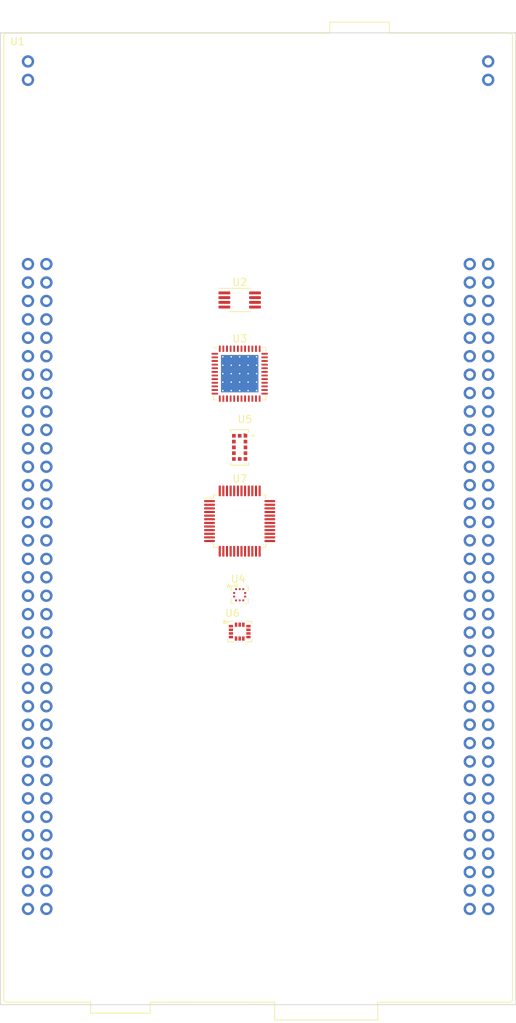
<source format=kicad_pcb>
(kicad_pcb (version 20211014) (generator pcbnew)
  (layers (0 "F.Cu" signal) (31 "B.Cu" signal) (34 "B.Paste" user) (35 "F.Paste" user) (36 "B.SilkS" user "B.Silkscreen") (37 "F.SilkS" user "F.Silkscreen") (38 "B.Mask" user) (39 "F.Mask" user) (44 "Edge.Cuts" user))
  (net 0 "")
  (footprint "KiCad_Cust:XDCR_VL53L1CBV0FY-1" (layer "F.Cu") (at 91.44 81.28)
    (fp_text reference "U5" (at 0.725 -3.875) (layer "F.SilkS"))
    (fp_text value "VL53L1CBV0FY-1")
    (fp_line (start 1.25 -2.45) (end 1.25 -2.04) (layer "F.SilkS") (width 0.127))
    (fp_line (start -1.25 2.45) (end 1.25 2.45) (layer "F.SilkS") (width 0.127))
    (fp_line (start 1.25 2.45) (end 1.25 2.06) (layer "F.SilkS") (width 0.127))
    (fp_line (start -1.25 2.06) (end -1.25 2.45) (layer "F.SilkS") (width 0.127))
    (fp_line (start -1.25 -2.45) (end 1.25 -2.45) (layer "F.SilkS") (width 0.127))
    (fp_line (start -1.25 -2.04) (end -1.25 -2.45) (layer "F.SilkS") (width 0.127))
    (fp_circle (center 1.88 -1.63) (end 1.98 -1.63) (layer "F.SilkS") (width 0.2) (fill none))
    (pad "1" smd custom (at 0.8 -1.6) (size 0.5 0.5) (layers "F.Cu" "F.Paste" "F.Mask") (options (clearance outline) (anchor rect)) (primitives (gr_poly (pts (xy -0.25 -0.25) (xy -0.25 -0.33) (xy 0 -0.33) (xy 0 -0.12) (xy 0.11 -0.12) (xy 0.11 0.1) (xy -0.23 0.1) (xy -0.23 -0.25)) (width 0.01) (fill yes))))
    (pad "2" smd rect (at 0.8 -0.8) (size 0.5 0.5) (layers "F.Cu" "F.Paste" "F.Mask"))
    (pad "3" smd rect (at 0.8 0) (size 0.5 0.5) (layers "F.Cu" "F.Paste" "F.Mask"))
    (pad "4" smd rect (at 0.8 0.8) (size 0.5 0.5) (layers "F.Cu" "F.Paste" "F.Mask"))
    (pad "5" smd rect (at 0.8 1.6) (size 0.5 0.5) (layers "F.Cu" "F.Paste" "F.Mask"))
    (pad "6" smd rect (at 0 1.6) (size 0.5 0.5) (layers "F.Cu" "F.Paste" "F.Mask"))
    (pad "7" smd rect (at -0.8 1.6) (size 0.5 0.5) (layers "F.Cu" "F.Paste" "F.Mask"))
    (pad "8" smd rect (at -0.8 0.8) (size 0.5 0.5) (layers "F.Cu" "F.Paste" "F.Mask"))
    (pad "9" smd rect (at -0.8 0) (size 0.5 0.5) (layers "F.Cu" "F.Paste" "F.Mask"))
    (pad "10" smd rect (at -0.8 -0.8) (size 0.5 0.5) (layers "F.Cu" "F.Paste" "F.Mask"))
    (pad "11" smd rect (at -0.8 -1.6) (size 0.5 0.5) (layers "F.Cu" "F.Paste" "F.Mask"))
    (pad "12" smd rect (at 0 -1.6) (size 0.5 0.5) (layers "F.Cu" "F.Paste" "F.Mask"))
  )
  (footprint "Package_DFN_QFN:VQFN-48-1EP_7x7mm_P0.5mm_EP5.15x5.15mm_ThermalVias" (layer "F.Cu") (at 91.44 71.12)
    (fp_text reference "U3" (at 0 -4.82) (layer "F.SilkS"))
    (fp_text value "ADF7020-1BCPZ")
    (fp_line (start 3.61 3.61) (end 3.61 3.135) (layer "F.SilkS") (width 0.12))
    (fp_line (start -3.135 3.61) (end -3.61 3.61) (layer "F.SilkS") (width 0.12))
    (fp_line (start 3.135 -3.61) (end 3.61 -3.61) (layer "F.SilkS") (width 0.12))
    (fp_line (start -3.61 3.61) (end -3.61 3.135) (layer "F.SilkS") (width 0.12))
    (fp_line (start 3.61 -3.61) (end 3.61 -3.135) (layer "F.SilkS") (width 0.12))
    (fp_line (start -3.135 -3.61) (end -3.61 -3.61) (layer "F.SilkS") (width 0.12))
    (fp_line (start 3.135 3.61) (end 3.61 3.61) (layer "F.SilkS") (width 0.12))
    (pad "1" smd roundrect (at -3.4375 -2.75) (size 0.875 0.25) (layers "F.Cu" "F.Paste" "F.Mask"))
    (pad "2" smd roundrect (at -3.4375 -2.25) (size 0.875 0.25) (layers "F.Cu" "F.Paste" "F.Mask"))
    (pad "3" smd roundrect (at -3.4375 -1.75) (size 0.875 0.25) (layers "F.Cu" "F.Paste" "F.Mask"))
    (pad "4" smd roundrect (at -3.4375 -1.25) (size 0.875 0.25) (layers "F.Cu" "F.Paste" "F.Mask"))
    (pad "5" smd roundrect (at -3.4375 -0.75) (size 0.875 0.25) (layers "F.Cu" "F.Paste" "F.Mask"))
    (pad "6" smd roundrect (at -3.4375 -0.25) (size 0.875 0.25) (layers "F.Cu" "F.Paste" "F.Mask"))
    (pad "7" smd roundrect (at -3.4375 0.25) (size 0.875 0.25) (layers "F.Cu" "F.Paste" "F.Mask"))
    (pad "8" smd roundrect (at -3.4375 0.75) (size 0.875 0.25) (layers "F.Cu" "F.Paste" "F.Mask"))
    (pad "9" smd roundrect (at -3.4375 1.25) (size 0.875 0.25) (layers "F.Cu" "F.Paste" "F.Mask"))
    (pad "10" smd roundrect (at -3.4375 1.75) (size 0.875 0.25) (layers "F.Cu" "F.Paste" "F.Mask"))
    (pad "11" smd roundrect (at -3.4375 2.25) (size 0.875 0.25) (layers "F.Cu" "F.Paste" "F.Mask"))
    (pad "12" smd roundrect (at -3.4375 2.75) (size 0.875 0.25) (layers "F.Cu" "F.Paste" "F.Mask"))
    (pad "13" smd roundrect (at -2.75 3.4375) (size 0.25 0.875) (layers "F.Cu" "F.Paste" "F.Mask"))
    (pad "14" smd roundrect (at -2.25 3.4375) (size 0.25 0.875) (layers "F.Cu" "F.Paste" "F.Mask"))
    (pad "15" smd roundrect (at -1.75 3.4375) (size 0.25 0.875) (layers "F.Cu" "F.Paste" "F.Mask"))
    (pad "16" smd roundrect (at -1.25 3.4375) (size 0.25 0.875) (layers "F.Cu" "F.Paste" "F.Mask"))
    (pad "17" smd roundrect (at -0.75 3.4375) (size 0.25 0.875) (layers "F.Cu" "F.Paste" "F.Mask"))
    (pad "18" smd roundrect (at -0.25 3.4375) (size 0.25 0.875) (layers "F.Cu" "F.Paste" "F.Mask"))
    (pad "19" smd roundrect (at 0.25 3.4375) (size 0.25 0.875) (layers "F.Cu" "F.Paste" "F.Mask"))
    (pad "20" smd roundrect (at 0.75 3.4375) (size 0.25 0.875) (layers "F.Cu" "F.Paste" "F.Mask"))
    (pad "21" smd roundrect (at 1.25 3.4375) (size 0.25 0.875) (layers "F.Cu" "F.Paste" "F.Mask"))
    (pad "22" smd roundrect (at 1.75 3.4375) (size 0.25 0.875) (layers "F.Cu" "F.Paste" "F.Mask"))
    (pad "23" smd roundrect (at 2.25 3.4375) (size 0.25 0.875) (layers "F.Cu" "F.Paste" "F.Mask"))
    (pad "24" smd roundrect (at 2.75 3.4375) (size 0.25 0.875) (layers "F.Cu" "F.Paste" "F.Mask"))
    (pad "25" smd roundrect (at 3.4375 2.75) (size 0.875 0.25) (layers "F.Cu" "F.Paste" "F.Mask"))
    (pad "26" smd roundrect (at 3.4375 2.25) (size 0.875 0.25) (layers "F.Cu" "F.Paste" "F.Mask"))
    (pad "27" smd roundrect (at 3.4375 1.75) (size 0.875 0.25) (layers "F.Cu" "F.Paste" "F.Mask"))
    (pad "28" smd roundrect (at 3.4375 1.25) (size 0.875 0.25) (layers "F.Cu" "F.Paste" "F.Mask"))
    (pad "29" smd roundrect (at 3.4375 0.75) (size 0.875 0.25) (layers "F.Cu" "F.Paste" "F.Mask"))
    (pad "30" smd roundrect (at 3.4375 0.25) (size 0.875 0.25) (layers "F.Cu" "F.Paste" "F.Mask"))
    (pad "31" smd roundrect (at 3.4375 -0.25) (size 0.875 0.25) (layers "F.Cu" "F.Paste" "F.Mask"))
    (pad "32" smd roundrect (at 3.4375 -0.75) (size 0.875 0.25) (layers "F.Cu" "F.Paste" "F.Mask"))
    (pad "33" smd roundrect (at 3.4375 -1.25) (size 0.875 0.25) (layers "F.Cu" "F.Paste" "F.Mask"))
    (pad "34" smd roundrect (at 3.4375 -1.75) (size 0.875 0.25) (layers "F.Cu" "F.Paste" "F.Mask"))
    (pad "35" smd roundrect (at 3.4375 -2.25) (size 0.875 0.25) (layers "F.Cu" "F.Paste" "F.Mask"))
    (pad "36" smd roundrect (at 3.4375 -2.75) (size 0.875 0.25) (layers "F.Cu" "F.Paste" "F.Mask"))
    (pad "37" smd roundrect (at 2.75 -3.4375) (size 0.25 0.875) (layers "F.Cu" "F.Paste" "F.Mask"))
    (pad "38" smd roundrect (at 2.25 -3.4375) (size 0.25 0.875) (layers "F.Cu" "F.Paste" "F.Mask"))
    (pad "39" smd roundrect (at 1.75 -3.4375) (size 0.25 0.875) (layers "F.Cu" "F.Paste" "F.Mask"))
    (pad "40" smd roundrect (at 1.25 -3.4375) (size 0.25 0.875) (layers "F.Cu" "F.Paste" "F.Mask"))
    (pad "41" smd roundrect (at 0.75 -3.4375) (size 0.25 0.875) (layers "F.Cu" "F.Paste" "F.Mask"))
    (pad "42" smd roundrect (at 0.25 -3.4375) (size 0.25 0.875) (layers "F.Cu" "F.Paste" "F.Mask"))
    (pad "43" smd roundrect (at -0.25 -3.4375) (size 0.25 0.875) (layers "F.Cu" "F.Paste" "F.Mask"))
    (pad "44" smd roundrect (at -0.75 -3.4375) (size 0.25 0.875) (layers "F.Cu" "F.Paste" "F.Mask"))
    (pad "45" smd roundrect (at -1.25 -3.4375) (size 0.25 0.875) (layers "F.Cu" "F.Paste" "F.Mask"))
    (pad "46" smd roundrect (at -1.75 -3.4375) (size 0.25 0.875) (layers "F.Cu" "F.Paste" "F.Mask"))
    (pad "47" smd roundrect (at -2.25 -3.4375) (size 0.25 0.875) (layers "F.Cu" "F.Paste" "F.Mask"))
    (pad "48" smd roundrect (at -2.75 -3.4375) (size 0.25 0.875) (layers "F.Cu" "F.Paste" "F.Mask"))
    (pad "49" thru_hole circle (at -2.325 0) (size 0.5 0.5) (drill 0.2) (layers *.Cu))
    (pad "49" thru_hole circle (at -2.325 1.1625) (size 0.5 0.5) (drill 0.2) (layers *.Cu))
    (pad "49" thru_hole circle (at 1.1625 -2.325) (size 0.5 0.5) (drill 0.2) (layers *.Cu))
    (pad "49" thru_hole circle (at -1.1625 0) (size 0.5 0.5) (drill 0.2) (layers *.Cu))
    (pad "49" thru_hole circle (at 2.325 1.1625) (size 0.5 0.5) (drill 0.2) (layers *.Cu))
    (pad "49" smd rect (at 0 0) (size 5.15 5.15) (layers "B.Cu"))
    (pad "49" thru_hole circle (at 1.1625 1.1625) (size 0.5 0.5) (drill 0.2) (layers *.Cu))
    (pad "49" thru_hole circle (at 0 1.1625) (size 0.5 0.5) (drill 0.2) (layers *.Cu))
    (pad "49" thru_hole circle (at -1.1625 -2.325) (size 0.5 0.5) (drill 0.2) (layers *.Cu))
    (pad "49" thru_hole circle (at -2.325 -1.1625) (size 0.5 0.5) (drill 0.2) (layers *.Cu))
    (pad "49" thru_hole circle (at 1.1625 0) (size 0.5 0.5) (drill 0.2) (layers *.Cu))
    (pad "49" thru_hole circle (at 2.325 -1.1625) (size 0.5 0.5) (drill 0.2) (layers *.Cu))
    (pad "49" thru_hole circle (at -1.1625 1.1625) (size 0.5 0.5) (drill 0.2) (layers *.Cu))
    (pad "49" thru_hole circle (at 0 2.325) (size 0.5 0.5) (drill 0.2) (layers *.Cu))
    (pad "49" thru_hole circle (at 0 0) (size 0.5 0.5) (drill 0.2) (layers *.Cu))
    (pad "49" thru_hole circle (at 2.325 2.325) (size 0.5 0.5) (drill 0.2) (layers *.Cu))
    (pad "49" thru_hole circle (at 1.1625 2.325) (size 0.5 0.5) (drill 0.2) (layers *.Cu))
    (pad "49" thru_hole circle (at 2.325 -2.325) (size 0.5 0.5) (drill 0.2) (layers *.Cu))
    (pad "49" thru_hole circle (at -2.325 2.325) (size 0.5 0.5) (drill 0.2) (layers *.Cu))
    (pad "49" thru_hole circle (at 0 -1.1625) (size 0.5 0.5) (drill 0.2) (layers *.Cu))
    (pad "49" thru_hole circle (at 1.1625 -1.1625) (size 0.5 0.5) (drill 0.2) (layers *.Cu))
    (pad "49" thru_hole circle (at 0 -2.325) (size 0.5 0.5) (drill 0.2) (layers *.Cu))
    (pad "49" smd rect (at 0 0) (size 5.15 5.15) (layers "F.Cu" "F.Mask"))
    (pad "49" thru_hole circle (at -1.1625 2.325) (size 0.5 0.5) (drill 0.2) (layers *.Cu))
    (pad "49" thru_hole circle (at -1.1625 -1.1625) (size 0.5 0.5) (drill 0.2) (layers *.Cu))
    (pad "49" thru_hole circle (at -2.325 -2.325) (size 0.5 0.5) (drill 0.2) (layers *.Cu))
    (pad "49" thru_hole circle (at 2.325 0) (size 0.5 0.5) (drill 0.2) (layers *.Cu))
  )
  (footprint "KiCad_Cust:BMP581" (layer "F.Cu") (at 91.44 101.6)
    (fp_text reference "U4" (at -0.2032 -2.159) (layer "F.SilkS"))
    (fp_text value "QFN10_BMP581_BOS" hide)
    (fp_text user "*" (at -1.535 -0.881) (layer "F.SilkS"))
    (fp_text user "*" (at -1.535 -0.881) (layer "F.SilkS"))
    (fp_line (start 0.805041 1.1811) (end 1.1811 1.1811) (layer "F.SilkS") (width 0.12))
    (fp_line (start -1.1811 -1.1811) (end -1.1811 -0.555042) (layer "F.SilkS") (width 0.12))
    (fp_line (start -1.1811 0.555042) (end -1.1811 1.1811) (layer "F.SilkS") (width 0.12))
    (fp_line (start 1.1811 -0.555042) (end 1.1811 -1.1811) (layer "F.SilkS") (width 0.12))
    (fp_line (start -1.1811 1.1811) (end -0.805041 1.1811) (layer "F.SilkS") (width 0.12))
    (fp_line (start 1.1811 1.1811) (end 1.1811 0.555042) (layer "F.SilkS") (width 0.12))
    (fp_line (start -0.805041 -1.1811) (end -1.1811 -1.1811) (layer "F.SilkS") (width 0.12))
    (fp_line (start 1.1811 -1.1811) (end 0.805041 -1.1811) (layer "F.SilkS") (width 0.12))
    (fp_poly (pts (xy -0.690499 -1.154001) (xy -0.690499 -1.408001) (xy -0.309499 -1.408001) (xy -0.309499 -1.154001)) (layer "F.SilkS") (width 0.1) (fill solid))
    (pad "1" smd rect (at -0.760301 -0.25 90) (size 0.254 0.2794) (layers "F.Cu" "F.Paste" "F.Mask"))
    (pad "2" smd rect (at -0.760301 0.25 90) (size 0.254 0.2794) (layers "F.Cu" "F.Paste" "F.Mask"))
    (pad "3" smd rect (at -0.499999 0.773001) (size 0.254 0.254) (layers "F.Cu" "F.Paste" "F.Mask"))
    (pad "4" smd rect (at 0 0.773001) (size 0.254 0.254) (layers "F.Cu" "F.Paste" "F.Mask"))
    (pad "5" smd rect (at 0.499999 0.773001) (size 0.254 0.254) (layers "F.Cu" "F.Paste" "F.Mask"))
    (pad "6" smd rect (at 0.760301 0.25 90) (size 0.254 0.2794) (layers "F.Cu" "F.Paste" "F.Mask"))
    (pad "7" smd rect (at 0.760301 -0.25 90) (size 0.254 0.2794) (layers "F.Cu" "F.Paste" "F.Mask"))
    (pad "8" smd rect (at 0.499999 -0.773001) (size 0.254 0.254) (layers "F.Cu" "F.Paste" "F.Mask"))
    (pad "9" smd rect (at 0 -0.773001) (size 0.254 0.254) (layers "F.Cu" "F.Paste" "F.Mask"))
    (pad "10" smd rect (at -0.499999 -0.773001) (size 0.254 0.254) (layers "F.Cu" "F.Paste" "F.Mask"))
  )
  (footprint "KiCad_Cust:LSM6DSOTR" (layer "F.Cu") (at 91.44 106.68)
    (fp_text reference "U6" (at -0.9906 -2.54) (layer "F.SilkS"))
    (fp_text value "LGA-14L_2P5X3X0P86_STM" hide)
    (fp_text user "*" (at -2.0828 -1) (layer "F.SilkS"))
    (fp_text user "*" (at -2.0828 -1) (layer "F.SilkS"))
    (fp_line (start 1.6764 1.4224) (end 1.6764 1.116782) (layer "F.SilkS") (width 0.12))
    (fp_line (start -1.6764 1.4224) (end -0.86678 1.4224) (layer "F.SilkS") (width 0.12))
    (fp_line (start -1.6764 1.116782) (end -1.6764 1.4224) (layer "F.SilkS") (width 0.12))
    (fp_line (start -1.6764 -1.4224) (end -1.6764 -1.116782) (layer "F.SilkS") (width 0.12))
    (fp_line (start 0.86678 1.4224) (end 1.6764 1.4224) (layer "F.SilkS") (width 0.12))
    (fp_line (start 1.6764 -1.4224) (end 0.86678 -1.4224) (layer "F.SilkS") (width 0.12))
    (fp_line (start 1.6764 -1.116782) (end 1.6764 -1.4224) (layer "F.SilkS") (width 0.12))
    (fp_line (start -0.86678 -1.4224) (end -1.6764 -1.4224) (layer "F.SilkS") (width 0.12))
    (pad "1" smd rect (at -1.2103 -0.750001 90) (size 0.351536 0.57658) (layers "F.Cu" "F.Paste" "F.Mask"))
    (pad "2" smd rect (at -1.2103 -0.25 90) (size 0.351536 0.57658) (layers "F.Cu" "F.Paste" "F.Mask"))
    (pad "3" smd rect (at -1.2103 0.25 90) (size 0.351536 0.57658) (layers "F.Cu" "F.Paste" "F.Mask"))
    (pad "4" smd rect (at -1.2103 0.750001 90) (size 0.351536 0.57658) (layers "F.Cu" "F.Paste" "F.Mask"))
    (pad "5" smd rect (at -0.499999 0.9563) (size 0.351536 0.57658) (layers "F.Cu" "F.Paste" "F.Mask"))
    (pad "6" smd rect (at 0 0.9563) (size 0.351536 0.57658) (layers "F.Cu" "F.Paste" "F.Mask"))
    (pad "7" smd rect (at 0.499999 0.9563) (size 0.351536 0.57658) (layers "F.Cu" "F.Paste" "F.Mask"))
    (pad "8" smd rect (at 1.2103 0.750001 90) (size 0.351536 0.57658) (layers "F.Cu" "F.Paste" "F.Mask"))
    (pad "9" smd rect (at 1.2103 0.25 90) (size 0.351536 0.57658) (layers "F.Cu" "F.Paste" "F.Mask"))
    (pad "10" smd rect (at 1.2103 -0.25 90) (size 0.351536 0.57658) (layers "F.Cu" "F.Paste" "F.Mask"))
    (pad "11" smd rect (at 1.2103 -0.750001 90) (size 0.351536 0.57658) (layers "F.Cu" "F.Paste" "F.Mask"))
    (pad "12" smd rect (at 0.499999 -0.9563) (size 0.351536 0.57658) (layers "F.Cu" "F.Paste" "F.Mask"))
    (pad "13" smd rect (at 0 -0.9563) (size 0.351536 0.57658) (layers "F.Cu" "F.Paste" "F.Mask"))
    (pad "14" smd rect (at -0.499999 -0.9563) (size 0.351536 0.57658) (layers "F.Cu" "F.Paste" "F.Mask"))
  )
  (footprint "Package_QFP:LQFP-48_7x7mm_P0.5mm" (layer "F.Cu") (at 91.44 91.44)
    (fp_text reference "U7" (at 0 -5.85) (layer "F.SilkS"))
    (fp_text value "STM32F103C8Tx")
    (fp_line (start -3.16 3.61) (end -3.61 3.61) (layer "F.SilkS") (width 0.12))
    (fp_line (start 3.61 -3.61) (end 3.61 -3.16) (layer "F.SilkS") (width 0.12))
    (fp_line (start 3.16 3.61) (end 3.61 3.61) (layer "F.SilkS") (width 0.12))
    (fp_line (start -3.61 -3.61) (end -3.61 -3.16) (layer "F.SilkS") (width 0.12))
    (fp_line (start 3.16 -3.61) (end 3.61 -3.61) (layer "F.SilkS") (width 0.12))
    (fp_line (start -3.16 -3.61) (end -3.61 -3.61) (layer "F.SilkS") (width 0.12))
    (fp_line (start -3.61 3.61) (end -3.61 3.16) (layer "F.SilkS") (width 0.12))
    (fp_line (start -3.61 -3.16) (end -4.9 -3.16) (layer "F.SilkS") (width 0.12))
    (fp_line (start 3.61 3.61) (end 3.61 3.16) (layer "F.SilkS") (width 0.12))
    (pad "1" smd roundrect (at -4.1625 -2.75) (size 1.475 0.3) (layers "F.Cu" "F.Paste" "F.Mask"))
    (pad "2" smd roundrect (at -4.1625 -2.25) (size 1.475 0.3) (layers "F.Cu" "F.Paste" "F.Mask"))
    (pad "3" smd roundrect (at -4.1625 -1.75) (size 1.475 0.3) (layers "F.Cu" "F.Paste" "F.Mask"))
    (pad "4" smd roundrect (at -4.1625 -1.25) (size 1.475 0.3) (layers "F.Cu" "F.Paste" "F.Mask"))
    (pad "5" smd roundrect (at -4.1625 -0.75) (size 1.475 0.3) (layers "F.Cu" "F.Paste" "F.Mask"))
    (pad "6" smd roundrect (at -4.1625 -0.25) (size 1.475 0.3) (layers "F.Cu" "F.Paste" "F.Mask"))
    (pad "7" smd roundrect (at -4.1625 0.25) (size 1.475 0.3) (layers "F.Cu" "F.Paste" "F.Mask"))
    (pad "8" smd roundrect (at -4.1625 0.75) (size 1.475 0.3) (layers "F.Cu" "F.Paste" "F.Mask"))
    (pad "9" smd roundrect (at -4.1625 1.25) (size 1.475 0.3) (layers "F.Cu" "F.Paste" "F.Mask"))
    (pad "10" smd roundrect (at -4.1625 1.75) (size 1.475 0.3) (layers "F.Cu" "F.Paste" "F.Mask"))
    (pad "11" smd roundrect (at -4.1625 2.25) (size 1.475 0.3) (layers "F.Cu" "F.Paste" "F.Mask"))
    (pad "12" smd roundrect (at -4.1625 2.75) (size 1.475 0.3) (layers "F.Cu" "F.Paste" "F.Mask"))
    (pad "13" smd roundrect (at -2.75 4.1625) (size 0.3 1.475) (layers "F.Cu" "F.Paste" "F.Mask"))
    (pad "14" smd roundrect (at -2.25 4.1625) (size 0.3 1.475) (layers "F.Cu" "F.Paste" "F.Mask"))
    (pad "15" smd roundrect (at -1.75 4.1625) (size 0.3 1.475) (layers "F.Cu" "F.Paste" "F.Mask"))
    (pad "16" smd roundrect (at -1.25 4.1625) (size 0.3 1.475) (layers "F.Cu" "F.Paste" "F.Mask"))
    (pad "17" smd roundrect (at -0.75 4.1625) (size 0.3 1.475) (layers "F.Cu" "F.Paste" "F.Mask"))
    (pad "18" smd roundrect (at -0.25 4.1625) (size 0.3 1.475) (layers "F.Cu" "F.Paste" "F.Mask"))
    (pad "19" smd roundrect (at 0.25 4.1625) (size 0.3 1.475) (layers "F.Cu" "F.Paste" "F.Mask"))
    (pad "20" smd roundrect (at 0.75 4.1625) (size 0.3 1.475) (layers "F.Cu" "F.Paste" "F.Mask"))
    (pad "21" smd roundrect (at 1.25 4.1625) (size 0.3 1.475) (layers "F.Cu" "F.Paste" "F.Mask"))
    (pad "22" smd roundrect (at 1.75 4.1625) (size 0.3 1.475) (layers "F.Cu" "F.Paste" "F.Mask"))
    (pad "23" smd roundrect (at 2.25 4.1625) (size 0.3 1.475) (layers "F.Cu" "F.Paste" "F.Mask"))
    (pad "24" smd roundrect (at 2.75 4.1625) (size 0.3 1.475) (layers "F.Cu" "F.Paste" "F.Mask"))
    (pad "25" smd roundrect (at 4.1625 2.75) (size 1.475 0.3) (layers "F.Cu" "F.Paste" "F.Mask"))
    (pad "26" smd roundrect (at 4.1625 2.25) (size 1.475 0.3) (layers "F.Cu" "F.Paste" "F.Mask"))
    (pad "27" smd roundrect (at 4.1625 1.75) (size 1.475 0.3) (layers "F.Cu" "F.Paste" "F.Mask"))
    (pad "28" smd roundrect (at 4.1625 1.25) (size 1.475 0.3) (layers "F.Cu" "F.Paste" "F.Mask"))
    (pad "29" smd roundrect (at 4.1625 0.75) (size 1.475 0.3) (layers "F.Cu" "F.Paste" "F.Mask"))
    (pad "30" smd roundrect (at 4.1625 0.25) (size 1.475 0.3) (layers "F.Cu" "F.Paste" "F.Mask"))
    (pad "31" smd roundrect (at 4.1625 -0.25) (size 1.475 0.3) (layers "F.Cu" "F.Paste" "F.Mask"))
    (pad "32" smd roundrect (at 4.1625 -0.75) (size 1.475 0.3) (layers "F.Cu" "F.Paste" "F.Mask"))
    (pad "33" smd roundrect (at 4.1625 -1.25) (size 1.475 0.3) (layers "F.Cu" "F.Paste" "F.Mask"))
    (pad "34" smd roundrect (at 4.1625 -1.75) (size 1.475 0.3) (layers "F.Cu" "F.Paste" "F.Mask"))
    (pad "35" smd roundrect (at 4.1625 -2.25) (size 1.475 0.3) (layers "F.Cu" "F.Paste" "F.Mask"))
    (pad "36" smd roundrect (at 4.1625 -2.75) (size 1.475 0.3) (layers "F.Cu" "F.Paste" "F.Mask"))
    (pad "37" smd roundrect (at 2.75 -4.1625) (size 0.3 1.475) (layers "F.Cu" "F.Paste" "F.Mask"))
    (pad "38" smd roundrect (at 2.25 -4.1625) (size 0.3 1.475) (layers "F.Cu" "F.Paste" "F.Mask"))
    (pad "39" smd roundrect (at 1.75 -4.1625) (size 0.3 1.475) (layers "F.Cu" "F.Paste" "F.Mask"))
    (pad "40" smd roundrect (at 1.25 -4.1625) (size 0.3 1.475) (layers "F.Cu" "F.Paste" "F.Mask"))
    (pad "41" smd roundrect (at 0.75 -4.1625) (size 0.3 1.475) (layers "F.Cu" "F.Paste" "F.Mask"))
    (pad "42" smd roundrect (at 0.25 -4.1625) (size 0.3 1.475) (layers "F.Cu" "F.Paste" "F.Mask"))
    (pad "43" smd roundrect (at -0.25 -4.1625) (size 0.3 1.475) (layers "F.Cu" "F.Paste" "F.Mask"))
    (pad "44" smd roundrect (at -0.75 -4.1625) (size 0.3 1.475) (layers "F.Cu" "F.Paste" "F.Mask"))
    (pad "45" smd roundrect (at -1.25 -4.1625) (size 0.3 1.475) (layers "F.Cu" "F.Paste" "F.Mask"))
    (pad "46" smd roundrect (at -1.75 -4.1625) (size 0.3 1.475) (layers "F.Cu" "F.Paste" "F.Mask"))
    (pad "47" smd roundrect (at -2.25 -4.1625) (size 0.3 1.475) (layers "F.Cu" "F.Paste" "F.Mask"))
    (pad "48" smd roundrect (at -2.75 -4.1625) (size 0.3 1.475) (layers "F.Cu" "F.Paste" "F.Mask"))
  )
  (footprint "Module:ST_Morpho_Connector_144_STLink" (layer "F.Cu") (at 62.23 56.01)
    (fp_text reference "U1" (at -1.4478 -30.6832) (layer "F.SilkS"))
    (fp_text value "NUCLEO144-H743ZI")
    (fp_line (start 48.26 101.76) (end 48.26 104.21) (layer "F.SilkS") (width 0.12))
    (fp_line (start 16.86 103.27) (end 16.86 101.75) (layer "F.SilkS") (width 0.12))
    (fp_line (start 41.64 -31.84) (end 41.64 -33.35) (layer "F.SilkS") (width 0.12))
    (fp_line (start 41.64 -33.35) (end 49.86 -33.35) (layer "F.SilkS") (width 0.12))
    (fp_line (start 8.64 103.27) (end 16.86 103.27) (layer "F.SilkS") (width 0.12))
    (fp_line (start 49.86 -33.35) (end 49.86 -31.84) (layer "F.SilkS") (width 0.12))
    (fp_line (start 34.04 104.21) (end 34.04 101.76) (layer "F.SilkS") (width 0.12))
    (fp_line (start 8.64 101.76) (end 8.64 103.27) (layer "F.SilkS") (width 0.12))
    (fp_line (start 48.26 104.21) (end 34.04 104.21) (layer "F.SilkS") (width 0.12))
    (fp_line (start 66.85 101.36) (end 66.85 -31.44) (layer "F.SilkS") (width 0.12))
    (fp_line (start 8.64 101.76) (end -2.95 101.76) (layer "F.SilkS") (width 0.12))
    (fp_line (start 49.86 -31.84) (end 66.45 -31.84) (layer "F.SilkS") (width 0.12))
    (fp_line (start -3.35 -31.44) (end -3.35 101.36) (layer "F.SilkS") (width 0.12))
    (fp_line (start 41.64 -31.84) (end -2.95 -31.84) (layer "F.SilkS") (width 0.12))
    (fp_line (start 34.04 101.76) (end 16.86 101.75) (layer "F.SilkS") (width 0.12))
    (fp_line (start 48.26 101.76) (end 66.45 101.76) (layer "F.SilkS") (width 0.12))
    (fp_arc (start -2.95 101.76) (mid -3.232843 101.642843) (end -3.35 101.36) (layer "F.SilkS") (width 0.12))
    (fp_arc (start -3.35 -31.44) (mid -3.232843 -31.722843) (end -2.95 -31.84) (layer "F.SilkS") (width 0.12))
    (fp_arc (start 66.85 101.36) (mid 66.732843 101.642843) (end 66.45 101.76) (layer "F.SilkS") (width 0.12))
    (fp_arc (start 66.45 -31.84) (mid 66.732843 -31.722843) (end 66.85 -31.44) (layer "F.SilkS") (width 0.12))
    (pad "1" thru_hole circle (at 0 0) (size 1.7 1.7) (drill 1) (layers *.Cu *.Mask))
    (pad "2" thru_hole circle (at 2.54 0) (size 1.7 1.7) (drill 1) (layers *.Cu *.Mask))
    (pad "3" thru_hole circle (at 0 2.54) (size 1.7 1.7) (drill 1) (layers *.Cu *.Mask))
    (pad "4" thru_hole circle (at 2.54 2.54) (size 1.7 1.7) (drill 1) (layers *.Cu *.Mask))
    (pad "5" thru_hole circle (at 0 5.08) (size 1.7 1.7) (drill 1) (layers *.Cu *.Mask))
    (pad "6" thru_hole circle (at 2.54 5.08) (size 1.7 1.7) (drill 1) (layers *.Cu *.Mask))
    (pad "7" thru_hole circle (at 0 7.62) (size 1.7 1.7) (drill 1) (layers *.Cu *.Mask))
    (pad "8" thru_hole circle (at 2.54 7.62) (size 1.7 1.7) (drill 1) (layers *.Cu *.Mask))
    (pad "9" thru_hole circle (at 0 10.16) (size 1.7 1.7) (drill 1) (layers *.Cu *.Mask))
    (pad "10" thru_hole circle (at 2.54 10.16) (size 1.7 1.7) (drill 1) (layers *.Cu *.Mask))
    (pad "11" thru_hole circle (at 0 12.7) (size 1.7 1.7) (drill 1) (layers *.Cu *.Mask))
    (pad "12" thru_hole circle (at 2.54 12.7) (size 1.7 1.7) (drill 1) (layers *.Cu *.Mask))
    (pad "13" thru_hole circle (at 0 15.24) (size 1.7 1.7) (drill 1) (layers *.Cu *.Mask))
    (pad "14" thru_hole circle (at 2.54 15.24) (size 1.7 1.7) (drill 1) (layers *.Cu *.Mask))
    (pad "15" thru_hole circle (at 0 17.78) (size 1.7 1.7) (drill 1) (layers *.Cu *.Mask))
    (pad "16" thru_hole circle (at 2.54 17.78) (size 1.7 1.7) (drill 1) (layers *.Cu *.Mask))
    (pad "17" thru_hole circle (at 0 20.32) (size 1.7 1.7) (drill 1) (layers *.Cu *.Mask))
    (pad "18" thru_hole circle (at 2.54 20.32) (size 1.7 1.7) (drill 1) (layers *.Cu *.Mask))
    (pad "19" thru_hole circle (at 0 22.86) (size 1.7 1.7) (drill 1) (layers *.Cu *.Mask))
    (pad "20" thru_hole circle (at 2.54 22.86) (size 1.7 1.7) (drill 1) (layers *.Cu *.Mask))
    (pad "21" thru_hole circle (at 0 25.4) (size 1.7 1.7) (drill 1) (layers *.Cu *.Mask))
    (pad "22" thru_hole circle (at 2.54 25.4) (size 1.7 1.7) (drill 1) (layers *.Cu *.Mask))
    (pad "23" thru_hole circle (at 0 27.94) (size 1.7 1.7) (drill 1) (layers *.Cu *.Mask))
    (pad "24" thru_hole circle (at 2.54 27.94) (size 1.7 1.7) (drill 1) (layers *.Cu *.Mask))
    (pad "25" thru_hole circle (at 0 30.48) (size 1.7 1.7) (drill 1) (layers *.Cu *.Mask))
    (pad "26" thru_hole circle (at 2.54 30.48) (size 1.7 1.7) (drill 1) (layers *.Cu *.Mask))
    (pad "27" thru_hole circle (at 0 33.02) (size 1.7 1.7) (drill 1) (layers *.Cu *.Mask))
    (pad "28" thru_hole circle (at 2.54 33.02) (size 1.7 1.7) (drill 1) (layers *.Cu *.Mask))
    (pad "29" thru_hole circle (at 0 35.56) (size 1.7 1.7) (drill 1) (layers *.Cu *.Mask))
    (pad "30" thru_hole circle (at 2.54 35.56) (size 1.7 1.7) (drill 1) (layers *.Cu *.Mask))
    (pad "31" thru_hole circle (at 0 38.1) (size 1.7 1.7) (drill 1) (layers *.Cu *.Mask))
    (pad "32" thru_hole circle (at 2.54 38.1) (size 1.7 1.7) (drill 1) (layers *.Cu *.Mask))
    (pad "33" thru_hole circle (at 0 40.64) (size 1.7 1.7) (drill 1) (layers *.Cu *.Mask))
    (pad "34" thru_hole circle (at 2.54 40.64) (size 1.7 1.7) (drill 1) (layers *.Cu *.Mask))
    (pad "35" thru_hole circle (at 0 43.18) (size 1.7 1.7) (drill 1) (layers *.Cu *.Mask))
    (pad "36" thru_hole circle (at 2.54 43.18) (size 1.7 1.7) (drill 1) (layers *.Cu *.Mask))
    (pad "37" thru_hole circle (at 0 45.72) (size 1.7 1.7) (drill 1) (layers *.Cu *.Mask))
    (pad "38" thru_hole circle (at 2.54 45.72) (size 1.7 1.7) (drill 1) (layers *.Cu *.Mask))
    (pad "39" thru_hole circle (at 0 48.26) (size 1.7 1.7) (drill 1) (layers *.Cu *.Mask))
    (pad "40" thru_hole circle (at 2.54 48.26) (size 1.7 1.7) (drill 1) (layers *.Cu *.Mask))
    (pad "41" thru_hole circle (at 0 50.8) (size 1.7 1.7) (drill 1) (layers *.Cu *.Mask))
    (pad "42" thru_hole circle (at 2.54 50.8) (size 1.7 1.7) (drill 1) (layers *.Cu *.Mask))
    (pad "43" thru_hole circle (at 0 53.34) (size 1.7 1.7) (drill 1) (layers *.Cu *.Mask))
    (pad "44" thru_hole circle (at 2.54 53.34) (size 1.7 1.7) (drill 1) (layers *.Cu *.Mask))
    (pad "45" thru_hole circle (at 0 55.88) (size 1.7 1.7) (drill 1) (layers *.Cu *.Mask))
    (pad "46" thru_hole circle (at 2.54 55.88) (size 1.7 1.7) (drill 1) (layers *.Cu *.Mask))
    (pad "47" thru_hole circle (at 0 58.42) (size 1.7 1.7) (drill 1) (layers *.Cu *.Mask))
    (pad "48" thru_hole circle (at 2.54 58.42) (size 1.7 1.7) (drill 1) (layers *.Cu *.Mask))
    (pad "49" thru_hole circle (at 0 60.96) (size 1.7 1.7) (drill 1) (layers *.Cu *.Mask))
    (pad "50" thru_hole circle (at 2.54 60.96) (size 1.7 1.7) (drill 1) (layers *.Cu *.Mask))
    (pad "51" thru_hole circle (at 0 63.5) (size 1.7 1.7) (drill 1) (layers *.Cu *.Mask))
    (pad "52" thru_hole circle (at 2.54 63.5) (size 1.7 1.7) (drill 1) (layers *.Cu *.Mask))
    (pad "53" thru_hole circle (at 0 66.04) (size 1.7 1.7) (drill 1) (layers *.Cu *.Mask))
    (pad "54" thru_hole circle (at 2.54 66.04) (size 1.7 1.7) (drill 1) (layers *.Cu *.Mask))
    (pad "55" thru_hole circle (at 0 68.58) (size 1.7 1.7) (drill 1) (layers *.Cu *.Mask))
    (pad "56" thru_hole circle (at 2.54 68.58) (size 1.7 1.7) (drill 1) (layers *.Cu *.Mask))
    (pad "57" thru_hole circle (at 0 71.12) (size 1.7 1.7) (drill 1) (layers *.Cu *.Mask))
    (pad "58" thru_hole circle (at 2.54 71.12) (size 1.7 1.7) (drill 1) (layers *.Cu *.Mask))
    (pad "59" thru_hole circle (at 0 73.66) (size 1.7 1.7) (drill 1) (layers *.Cu *.Mask))
    (pad "60" thru_hole circle (at 2.54 73.66) (size 1.7 1.7) (drill 1) (layers *.Cu *.Mask))
    (pad "61" thru_hole circle (at 0 76.2) (size 1.7 1.7) (drill 1) (layers *.Cu *.Mask))
    (pad "62" thru_hole circle (at 2.54 76.2) (size 1.7 1.7) (drill 1) (layers *.Cu *.Mask))
    (pad "63" thru_hole circle (at 0 78.74) (size 1.7 1.7) (drill 1) (layers *.Cu *.Mask))
    (pad "64" thru_hole circle (at 2.54 78.74) (size 1.7 1.7) (drill 1) (layers *.Cu *.Mask))
    (pad "65" thru_hole circle (at 0 81.28) (size 1.7 1.7) (drill 1) (layers *.Cu *.Mask))
    (pad "66" thru_hole circle (at 2.54 81.28) (size 1.7 1.7) (drill 1) (layers *.Cu *.Mask))
    (pad "67" thru_hole circle (at 0 83.82) (size 1.7 1.7) (drill 1) (layers *.Cu *.Mask))
    (pad "68" thru_hole circle (at 2.54 83.82) (size 1.7 1.7) (drill 1) (layers *.Cu *.Mask))
    (pad "69" thru_hole circle (at 0 86.36) (size 1.7 1.7) (drill 1) (layers *.Cu *.Mask))
    (pad "70" thru_hole circle (at 2.54 86.36) (size 1.7 1.7) (drill 1) (layers *.Cu *.Mask))
    (pad "71" thru_hole circle (at 0 88.9) (size 1.7 1.7) (drill 1) (layers *.Cu *.Mask))
    (pad "72" thru_hole circle (at 2.54 88.9) (size 1.7 1.7) (drill 1) (layers *.Cu *.Mask))
    (pad "73" thru_hole circle (at 60.96 0) (size 1.7 1.7) (drill 1) (layers *.Cu *.Mask))
    (pad "74" thru_hole circle (at 63.5 0) (size 1.7 1.7) (drill 1) (layers *.Cu *.Mask))
    (pad "75" thru_hole circle (at 60.96 2.54) (size 1.7 1.7) (drill 1) (layers *.Cu *.Mask))
    (pad "76" thru_hole circle (at 63.5 2.54) (size 1.7 1.7) (drill 1) (layers *.Cu *.Mask))
    (pad "77" thru_hole circle (at 60.96 5.08) (size 1.7 1.7) (drill 1) (layers *.Cu *.Mask))
    (pad "78" thru_hole circle (at 63.5 5.08) (size 1.7 1.7) (drill 1) (layers *.Cu *.Mask))
    (pad "79" thru_hole circle (at 60.96 7.62) (size 1.7 1.7) (drill 1) (layers *.Cu *.Mask))
    (pad "80" thru_hole circle (at 63.5 7.62) (size 1.7 1.7) (drill 1) (layers *.Cu *.Mask))
    (pad "81" thru_hole circle (at 60.96 10.16) (size 1.7 1.7) (drill 1) (layers *.Cu *.Mask))
    (pad "82" thru_hole circle (at 63.5 10.16) (size 1.7 1.7) (drill 1) (layers *.Cu *.Mask))
    (pad "83" thru_hole circle (at 60.96 12.7) (size 1.7 1.7) (drill 1) (layers *.Cu *.Mask))
    (pad "84" thru_hole circle (at 63.5 12.7) (size 1.7 1.7) (drill 1) (layers *.Cu *.Mask))
    (pad "85" thru_hole circle (at 60.96 15.24) (size 1.7 1.7) (drill 1) (layers *.Cu *.Mask))
    (pad "86" thru_hole circle (at 63.5 15.24) (size 1.7 1.7) (drill 1) (layers *.Cu *.Mask))
    (pad "87" thru_hole circle (at 60.96 17.78) (size 1.7 1.7) (drill 1) (layers *.Cu *.Mask))
    (pad "88" thru_hole circle (at 63.5 17.78) (size 1.7 1.7) (drill 1) (layers *.Cu *.Mask))
    (pad "89" thru_hole circle (at 60.96 20.32) (size 1.7 1.7) (drill 1) (layers *.Cu *.Mask))
    (pad "90" thru_hole circle (at 63.5 20.32) (size 1.7 1.7) (drill 1) (layers *.Cu *.Mask))
    (pad "91" thru_hole circle (at 60.96 22.86) (size 1.7 1.7) (drill 1) (layers *.Cu *.Mask))
    (pad "92" thru_hole circle (at 63.5 22.86) (size 1.7 1.7) (drill 1) (layers *.Cu *.Mask))
    (pad "93" thru_hole circle (at 60.96 25.4) (size 1.7 1.7) (drill 1) (layers *.Cu *.Mask))
    (pad "94" thru_hole circle (at 63.5 25.4) (size 1.7 1.7) (drill 1) (layers *.Cu *.Mask))
    (pad "95" thru_hole circle (at 60.96 27.94) (size 1.7 1.7) (drill 1) (layers *.Cu *.Mask))
    (pad "96" thru_hole circle (at 63.5 27.94) (size 1.7 1.7) (drill 1) (layers *.Cu *.Mask))
    (pad "97" thru_hole circle (at 60.96 30.48) (size 1.7 1.7) (drill 1) (layers *.Cu *.Mask))
    (pad "98" thru_hole circle (at 63.5 30.48) (size 1.7 1.7) (drill 1) (layers *.Cu *.Mask))
    (pad "99" thru_hole circle (at 60.96 33.02) (size 1.7 1.7) (drill 1) (layers *.Cu *.Mask))
    (pad "100" thru_hole circle (at 63.5 33.02) (size 1.7 1.7) (drill 1) (layers *.Cu *.Mask))
    (pad "101" thru_hole circle (at 60.96 35.56) (size 1.7 1.7) (drill 1) (layers *.Cu *.Mask))
    (pad "102" thru_hole circle (at 63.5 35.56) (size 1.7 1.7) (drill 1) (layers *.Cu *.Mask))
    (pad "103" thru_hole circle (at 60.96 38.1) (size 1.7 1.7) (drill 1) (layers *.Cu *.Mask))
    (pad "104" thru_hole circle (at 63.5 38.1) (size 1.7 1.7) (drill 1) (layers *.Cu *.Mask))
    (pad "105" thru_hole circle (at 60.96 40.64) (size 1.7 1.7) (drill 1) (layers *.Cu *.Mask))
    (pad "106" thru_hole circle (at 63.5 40.64) (size 1.7 1.7) (drill 1) (layers *.Cu *.Mask))
    (pad "107" thru_hole circle (at 60.96 43.18) (size 1.7 1.7) (drill 1) (layers *.Cu *.Mask))
    (pad "108" thru_hole circle (at 63.5 43.18) (size 1.7 1.7) (drill 1) (layers *.Cu *.Mask))
    (pad "109" thru_hole circle (at 60.96 45.72) (size 1.7 1.7) (drill 1) (layers *.Cu *.Mask))
    (pad "110" thru_hole circle (at 63.5 45.72) (size 1.7 1.7) (drill 1) (layers *.Cu *.Mask))
    (pad "111" thru_hole circle (at 60.96 48.26) (size 1.7 1.7) (drill 1) (layers *.Cu *.Mask))
    (pad "112" thru_hole circle (at 63.5 48.26) (size 1.7 1.7) (drill 1) (layers *.Cu *.Mask))
    (pad "113" thru_hole circle (at 60.96 50.8) (size 1.7 1.7) (drill 1) (layers *.Cu *.Mask))
    (pad "114" thru_hole circle (at 63.5 50.8) (size 1.7 1.7) (drill 1) (layers *.Cu *.Mask))
    (pad "115" thru_hole circle (at 60.96 53.34) (size 1.7 1.7) (drill 1) (layers *.Cu *.Mask))
    (pad "116" thru_hole circle (at 63.5 53.34) (size 1.7 1.7) (drill 1) (layers *.Cu *.Mask))
    (pad "117" thru_hole circle (at 60.96 55.88) (size 1.7 1.7) (drill 1) (layers *.Cu *.Mask))
    (pad "118" thru_hole circle (at 63.5 55.88) (size 1.7 1.7) (drill 1) (layers *.Cu *.Mask))
    (pad "119" thru_hole circle (at 60.96 58.42) (size 1.7 1.7) (drill 1) (layers *.Cu *.Mask))
    (pad "120" thru_hole circle (at 63.5 58.42) (size 1.7 1.7) (drill 1) (layers *.Cu *.Mask))
    (pad "121" thru_hole circle (at 60.96 60.96) (size 1.7 1.7) (drill 1) (layers *.Cu *.Mask))
    (pad "122" thru_hole circle (at 63.5 60.96) (size 1.7 1.7) (drill 1) (layers *.Cu *.Mask))
    (pad "123" thru_hole circle (at 60.96 63.5) (size 1.7 1.7) (drill 1) (layers *.Cu *.Mask))
    (pad "124" thru_hole circle (at 63.5 63.5) (size 1.7 1.7) (drill 1) (layers *.Cu *.Mask))
    (pad "125" thru_hole circle (at 60.96 66.04) (size 1.7 1.7) (drill 1) (layers *.Cu *.Mask))
    (pad "126" thru_hole circle (at 63.5 66.04) (size 1.7 1.7) (drill 1) (layers *.Cu *.Mask))
    (pad "127" thru_hole circle (at 60.96 68.58) (size 1.7 1.7) (drill 1) (layers *.Cu *.Mask))
    (pad "128" thru_hole circle (at 63.5 68.58) (size 1.7 1.7) (drill 1) (layers *.Cu *.Mask))
    (pad "129" thru_hole circle (at 60.96 71.12) (size 1.7 1.7) (drill 1) (layers *.Cu *.Mask))
    (pad "130" thru_hole circle (at 63.5 71.12) (size 1.7 1.7) (drill 1) (layers *.Cu *.Mask))
    (pad "131" thru_hole circle (at 60.96 73.66) (size 1.7 1.7) (drill 1) (layers *.Cu *.Mask))
    (pad "132" thru_hole circle (at 63.5 73.66) (size 1.7 1.7) (drill 1) (layers *.Cu *.Mask))
    (pad "133" thru_hole circle (at 60.96 76.2) (size 1.7 1.7) (drill 1) (layers *.Cu *.Mask))
    (pad "134" thru_hole circle (at 63.5 76.2) (size 1.7 1.7) (drill 1) (layers *.Cu *.Mask))
    (pad "135" thru_hole circle (at 60.96 78.74) (size 1.7 1.7) (drill 1) (layers *.Cu *.Mask))
    (pad "136" thru_hole circle (at 63.5 78.74) (size 1.7 1.7) (drill 1) (layers *.Cu *.Mask))
    (pad "137" thru_hole circle (at 60.96 81.28) (size 1.7 1.7) (drill 1) (layers *.Cu *.Mask))
    (pad "138" thru_hole circle (at 63.5 81.28) (size 1.7 1.7) (drill 1) (layers *.Cu *.Mask))
    (pad "139" thru_hole circle (at 60.96 83.82) (size 1.7 1.7) (drill 1) (layers *.Cu *.Mask))
    (pad "140" thru_hole circle (at 63.5 83.82) (size 1.7 1.7) (drill 1) (layers *.Cu *.Mask))
    (pad "141" thru_hole circle (at 60.96 86.36) (size 1.7 1.7) (drill 1) (layers *.Cu *.Mask))
    (pad "142" thru_hole circle (at 63.5 86.36) (size 1.7 1.7) (drill 1) (layers *.Cu *.Mask))
    (pad "143" thru_hole circle (at 60.96 88.9) (size 1.7 1.7) (drill 1) (layers *.Cu *.Mask))
    (pad "144" thru_hole circle (at 63.5 88.9) (size 1.7 1.7) (drill 1) (layers *.Cu *.Mask))
    (pad "145" thru_hole circle (at 0 -27.94) (size 1.7 1.7) (drill 1) (layers *.Cu *.Mask))
    (pad "146" thru_hole circle (at 0 -25.4) (size 1.7 1.7) (drill 1) (layers *.Cu *.Mask))
    (pad "147" thru_hole circle (at 63.5 -27.94) (size 1.7 1.7) (drill 1) (layers *.Cu *.Mask))
    (pad "148" thru_hole circle (at 63.5 -25.4) (size 1.7 1.7) (drill 1) (layers *.Cu *.Mask))
  )
  (footprint "Package_SO:MSOP-8_3x3mm_P0.65mm" (layer "F.Cu") (at 91.44 60.96)
    (fp_text reference "U2" (at 0 -2.45) (layer "F.SilkS"))
    (fp_text value "AT30TS74-XM8M-T")
    (fp_line (start 0 -1.61) (end -2.925 -1.61) (layer "F.SilkS") (width 0.12))
    (fp_line (start 0 -1.61) (end 1.5 -1.61) (layer "F.SilkS") (width 0.12))
    (fp_line (start 0 1.61) (end 1.5 1.61) (layer "F.SilkS") (width 0.12))
    (fp_line (start 0 1.61) (end -1.5 1.61) (layer "F.SilkS") (width 0.12))
    (pad "1" smd roundrect (at -2.1125 -0.975) (size 1.625 0.4) (layers "F.Cu" "F.Paste" "F.Mask"))
    (pad "2" smd roundrect (at -2.1125 -0.325) (size 1.625 0.4) (layers "F.Cu" "F.Paste" "F.Mask"))
    (pad "3" smd roundrect (at -2.1125 0.325) (size 1.625 0.4) (layers "F.Cu" "F.Paste" "F.Mask"))
    (pad "4" smd roundrect (at -2.1125 0.975) (size 1.625 0.4) (layers "F.Cu" "F.Paste" "F.Mask"))
    (pad "5" smd roundrect (at 2.1125 0.975) (size 1.625 0.4) (layers "F.Cu" "F.Paste" "F.Mask"))
    (pad "6" smd roundrect (at 2.1125 0.325) (size 1.625 0.4) (layers "F.Cu" "F.Paste" "F.Mask"))
    (pad "7" smd roundrect (at 2.1125 -0.325) (size 1.625 0.4) (layers "F.Cu" "F.Paste" "F.Mask"))
    (pad "8" smd roundrect (at 2.1125 -0.975) (size 1.625 0.4) (layers "F.Cu" "F.Paste" "F.Mask"))
  )
  (gr_line (start 58.42 24.13) (end 58.42 158.115) (layer "Edge.Cuts") (width 0.1))
  (gr_line (start 129.54 24.13) (end 58.42 24.13) (layer "Edge.Cuts") (width 0.1))
  (gr_line (start 58.42 158.115) (end 129.54 158.115) (layer "Edge.Cuts") (width 0.1))
  (gr_line (start 129.54 158.115) (end 129.54 24.13) (layer "Edge.Cuts") (width 0.1))
)
</source>
